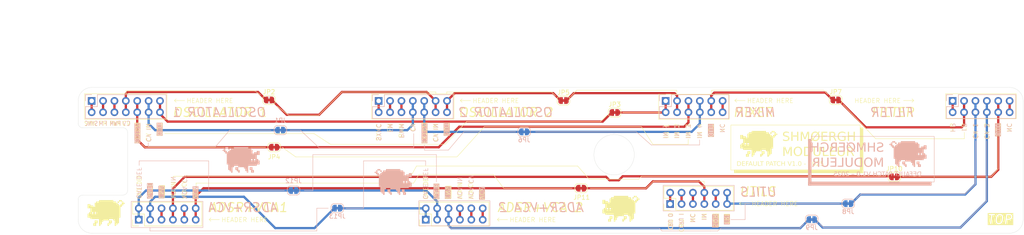
<source format=kicad_pcb>
(kicad_pcb (version 20241229) (generator "pcbnew") (generator_version "9.0")
  (layers (0 "F.Cu" signal) (2 "B.Cu" signal) (13 "F.Paste" user) (15 "B.Paste" user) (5 "F.SilkS" user "F.Silkscreen") (7 "B.SilkS" user "B.Silkscreen") (1 "F.Mask" user) (3 "B.Mask" user) (25 "Edge.Cuts" user))
  (net 0 "")
  (net 1 "Net-(J_ENV_VCA1-Pin_10)")
  (net 2 "Net-(J_ENV_VCA1-Pin_5)")
  (net 3 "Net-(J_ENV_VCA2-Pin_7)")
  (net 4 "Net-(J_ENV_VCA2-Pin_10)")
  (net 5 "Net-(J_ENV_VCA2-Pin_11)")
  (net 6 "Net-(J_FILTER1-Pin_1)")
  (net 7 "Net-(J_UTILS_OUT1-Pin_10)")
  (net 8 "Net-(J_UTILS_OUT1-Pin_3)")
  (net 9 "Net-(J_UTILS_OUT1-Pin_1)")
  (net 10 "Net-(J_UTILS_OUT1-Pin_5)")
  (net 11 "Net-(J_VCO1-Pin_3)")
  (net 12 "Net-(J_VCO1-Pin_5)")
  (net 13 "Net-(J_VCO1-Pin_1)")
  (net 14 "Net-(J_VCO2-Pin_1)")
  (net 15 "Net-(J_VCO2-Pin_3)")
  (net 16 "Net-(J_VCO2-Pin_5)")
  (net 17 "Net-(J_FILTER1-Pin_11)")
  (net 18 "Net-(J_MIXER1-Pin_11)")
  (net 19 "Net-(JP1-B)")
  (net 20 "Net-(JP1-A)")
  (net 21 "Net-(JP2-A)")
  (net 22 "Net-(JP2-B)")
  (net 23 "Net-(JP3-A)")
  (net 24 "Net-(JP3-B)")
  (net 25 "Net-(JP4-A)")
  (net 26 "Net-(JP4-B)")
  (net 27 "Net-(JP5-B)")
  (net 28 "Net-(JP5-A)")
  (net 29 "Net-(JP6-B)")
  (net 30 "Net-(JP6-A)")
  (net 31 "Net-(JP7-A)")
  (net 32 "Net-(JP7-B)")
  (net 33 "Net-(JP8-B)")
  (net 34 "Net-(JP8-A)")
  (net 35 "Net-(JP9-B)")
  (net 36 "Net-(JP9-A)")
  (net 37 "Net-(JP10-A)")
  (net 38 "Net-(JP10-B)")
  (net 39 "Net-(JP11-B)")
  (net 40 "Net-(JP11-A)")
  (net 41 "Net-(JP12-A)")
  (net 42 "Net-(JP12-B)")
  (net 43 "Net-(JP13-A)")
  (net 44 "Net-(JP13-B)")
  (footprint "Jumper:SolderJumper-2_P1.3mm_Bridged_RoundedPad1.0x1.5mm" (layer "F.Cu") (at 241.991 79.939)
    (property "Reference" "JP10")
    (property "Value" "Jumper_2_Bridged")
  )
  (footprint "Jumper:SolderJumper-2_P1.3mm_Bridged_RoundedPad1.0x1.5mm" (layer "F.Cu") (at 102.545 62.794)
    (property "Reference" "JP2")
    (property "Value" "Jumper_2_Bridged")
  )
  (footprint "MountingHole:MountingHole_3.2mm_M3" (layer "F.Cu") (at 249.8 62.7)
    (property "Reference" "H3")
    (property "Value" "MountingHole")
  )
  (footprint "Jumper:SolderJumper-2_P1.3mm_Bridged_RoundedPad1.0x1.5mm" (layer "F.Cu") (at 103.688 73.335)
    (property "Reference" "JP4")
    (property "Value" "Jumper_2_Bridged")
  )
  (footprint "Connector_PinHeader_2.54mm:PinHeader_2x06_P2.54mm_Vertical" (layer "F.Cu") (at 137.5 89.5 90)
    (property "Reference" "J_ENV_VCA2")
    (property "Value" "Conn_01x06")
  )
  (footprint "Shmoergh_Logo:Gyeszno" (layer "F.Cu") (at 211.765 72.573)
    (property "Reference" "G***" (hide yes))
    (property "Value" "LOGO" (hide yes))
  )
  (footprint "Jumper:SolderJumper-2_P1.3mm_Bridged_RoundedPad1.0x1.5mm" (layer "F.Cu") (at 179.634 65.588)
    (property "Reference" "JP3")
    (property "Value" "Jumper_2_Bridged")
  )
  (footprint "Shmoergh_Logo:Gyeszno" (layer "F.Cu") (at 181.031 87.051)
    (property "Reference" "G***" (hide yes))
    (property "Value" "LOGO" (hide yes))
  )
  (footprint "Jumper:SolderJumper-2_P1.3mm_Bridged_RoundedPad1.0x1.5mm" (layer "F.Cu") (at 168.219 62.921)
    (property "Reference" "JP5")
    (property "Value" "Jumper_2_Bridged")
  )
  (footprint "Shmoergh_Logo:Gyeszno" (layer "F.Cu") (at 66.223 88)
    (property "Reference" "G***" (hide yes))
    (property "Value" "LOGO" (hide yes))
  )
  (footprint "Connector_PinHeader_2.54mm:PinHeader_2x06_P2.54mm_Vertical" (layer "F.Cu") (at 73.5 89.5 90)
    (property "Reference" "J_ENV_VCA1")
    (property "Value" "Conn_01x06")
  )
  (footprint "Jumper:SolderJumper-2_P1.3mm_Bridged_RoundedPad1.0x1.5mm" (layer "F.Cu") (at 172.141 82.479)
    (property "Reference" "JP11")
    (property "Value" "Jumper_2_Bridged")
  )
  (footprint "Connector_PinHeader_2.54mm:PinHeader_2x06_P2.54mm_Vertical" (layer "F.Cu") (at 192 86 90)
    (property "Reference" "J_UTILS_OUT1")
    (property "Value" "Conn_01x06")
  )
  (footprint "MountingHole:MountingHole_3.2mm_M3" (layer "F.Cu") (at 109.2 87.3)
    (property "Reference" "H2")
    (property "Value" "MountingHole")
  )
  (footprint "Jumper:SolderJumper-2_P1.3mm_Bridged_RoundedPad1.0x1.5mm" (layer "F.Cu") (at 228.91 62.794)
    (property "Reference" "JP7")
    (property "Value" "Jumper_2_Bridged")
  )
  (footprint "MountingHole:MountingHole_3.2mm_M3" (layer "F.Cu") (at 109.2 62.7)
    (property "Reference" "H1")
    (property "Value" "MountingHole")
  )
  (footprint "MountingHole:MountingHole_3.2mm_M3" (layer "F.Cu") (at 249.8 87.3)
    (property "Reference" "H4")
    (property "Value" "MountingHole")
  )
  (footprint "Jumper:SolderJumper-2_P1.3mm_Bridged_RoundedPad1.0x1.5mm" (layer "B.Cu") (at 108.021 82.987)
    (property "Reference" "JP12")
    (property "Value" "Jumper_2_Bridged")
  )
  (footprint "Shmoergh_Logo:Gyeszno" (layer "B.Cu") (at 130.231 81.082 180)
    (property "Reference" "G***" (hide yes))
    (property "Value" "LOGO" (hide yes))
  )
  (footprint "Jumper:SolderJumper-2_P1.3mm_Bridged_RoundedPad1.0x1.5mm" (layer "B.Cu") (at 223.576 89.464)
    (property "Reference" "JP9")
    (property "Value" "Jumper_2_Bridged")
  )
  (footprint "Jumper:SolderJumper-2_P1.3mm_Bridged_RoundedPad1.0x1.5mm" (layer "B.Cu") (at 117.785 86.924)
    (property "Reference" "JP13")
    (property "Value" "Jumper_2_Bridged")
  )
  (footprint "Connector_PinHeader_2.54mm:PinHeader_2x06_P2.54mm_Vertical" (layer "B.Cu") (at 255 63 -90)
    (property "Reference" "J_FILTER1")
    (property "Value" "Conn_01x06")
  )
  (footprint "Jumper:SolderJumper-2_P1.3mm_Bridged_RoundedPad1.0x1.5mm" (layer "B.Cu") (at 231.704 85.908)
    (property "Reference" "JP8")
    (property "Value" "Jumper_2_Bridged")
  )
  (footprint "Connector_PinHeader_2.54mm:PinHeader_2x07_P2.54mm_Vertical" (layer "B.Cu") (at 63 63 -90)
    (property "Reference" "J_VCO1")
    (property "Value" "Conn_01x07")
  )
  (footprint "Shmoergh_Logo:Gyeszno" (layer "B.Cu") (at 96.322 76.129 180)
    (property "Reference" "G***" (hide yes))
    (property "Value" "LOGO" (hide yes))
  )
  (footprint "Connector_PinHeader_2.54mm:PinHeader_2x06_P2.54mm_Vertical" (layer "B.Cu") (at 191 63 -90)
    (property "Reference" "J_MIXER1")
    (property "Value" "Conn_01x06")
  )
  (footprint "Shmoergh_Logo:Gyeszno" (layer "B.Cu") (at 245.039 74.859 180)
    (property "Reference" "G***" (hide yes))
    (property "Value" "LOGO" (hide yes))
  )
  (footprint "Jumper:SolderJumper-2_P1.3mm_Bridged_RoundedPad1.0x1.5mm" (layer "B.Cu") (at 105.085 69.525)
    (property "Reference" "JP1")
    (property "Value" "Jumper_2_Bridged")
  )
  (footprint "Connector_PinHeader_2.54mm:PinHeader_2x07_P2.54mm_Vertical" (layer "B.Cu") (at 127 63 -90)
    (property "Reference" "J_VCO2")
    (property "Value" "Conn_01x07")
  )
  (footprint "Jumper:SolderJumper-2_P1.3mm_Bridged_RoundedPad1.0x1.5mm" (layer "B.Cu") (at 159.441 69.906)
    (property "Reference" "JP6")
    (property "Value" "Jumper_2_Bridged")
  )
  (gr_line (start 113.594 66.223) (end 118.801 61.016) (stroke (width 0.1)) (layer "F.SilkS"))
  (gr_line (start 70.668 60.762) (end 99.37 60.762) (stroke (width 0.1)) (layer "F.SilkS"))
  (gr_line (start 145.217 62.921) (end 145.598 63.302) (stroke (width 0.1)) (layer "F.SilkS"))
  (gr_line (start 201.224 60.635) (end 226.243 60.635) (stroke (width 0.1)) (layer "F.SilkS"))
  (gr_line (start 142.169 61.397) (end 142.169 61.016) (stroke (width 0.1)) (layer "F.SilkS"))
  (gr_line (start 106.99 66.223) (end 113.594 66.223) (stroke (width 0.1)) (layer "F.SilkS"))
  (gr_line (start 153.472 89.464) (end 153.853 89.845) (stroke (width 0.1)) (layer "F.SilkS"))
  (gr_line (start 246.309 62.921) (end 244.023 62.921) (stroke (width 0.1)) (layer "F.SilkS"))
  (gr_line (start 199.573 80.955) (end 199.573 81.717) (stroke (width 0.1)) (layer "F.SilkS"))
  (gr_line (start 89.21 89.464) (end 89.591 89.845) (stroke (width 0.1)) (layer "F.SilkS"))
  (gr_line (start 81.463 62.921) (end 81.844 63.302) (stroke (width 0.1)) (layer "F.SilkS"))
  (gr_line (start 176.459 67.62) (end 177.856 66.223) (stroke (width 0.1)) (layer "F.SilkS"))
  (gr_rect (start 234.371 69.017) (end 235.006 79.05) (stroke (width 0.1)) (fill yes) (layer "F.SilkS"))
  (gr_line (start 243.769 79.939) (end 263.581 79.939) (stroke (width 0.1)) (layer "F.SilkS"))
  (gr_line (start 86.289 81.336) (end 134.803 81.336) (stroke (width 0.1)) (layer "F.SilkS"))
  (gr_line (start 99.37 60.762) (end 100.64 61.651) (stroke (width 0.1)) (layer "F.SilkS"))
  (gr_line (start 74.859 73.335) (end 101.783 73.335) (stroke (width 0.1)) (layer "F.SilkS"))
  (gr_line (start 193.477 60.635) (end 193.477 61.524) (stroke (width 0.1)) (layer "F.SilkS"))
  (gr_line (start 152.583 79.431) (end 154.869 82.479) (stroke (width 0.1)) (layer "F.SilkS"))
  (gr_line (start 265.105 78.161) (end 265.105 71.049) (stroke (width 0.1)) (layer "F.SilkS"))
  (gr_line (start 181.412 65.588) (end 189.921 65.588) (stroke (width 0.1)) (layer "F.SilkS"))
  (gr_line (start 135.438 77.526) (end 171.379 77.526) (stroke (width 0.1)) (layer "F.SilkS"))
  (gr_line (start 188.27 80.955) (end 199.573 80.955) (stroke (width 0.1)) (layer "F.SilkS"))
  (gr_line (start 112.578 70.287) (end 116.261 72.7) (stroke (width 0.1)) (layer "F.SilkS"))
  (gr_line (start 153.472 89.464) (end 153.853 89.083) (stroke (width 0.1)) (layer "F.SilkS"))
  (gr_line (start 208.717 62.921) (end 206.431 62.921) (stroke (width 0.1)) (layer "F.SilkS"))
  (gr_line (start 91.496 89.464) (end 89.21 89.464) (stroke (width 0.1)) (layer "F.SilkS"))
  (gr_line (start 108.514 75.494) (end 105.466 73.335) (stroke (width 0.1)) (layer "F.SilkS"))
  (gr_line (start 246.309 62.921) (end 245.928 63.302) (stroke (width 0.1)) (layer "F.SilkS"))
  (gr_line (start 145.217 62.921) (end 145.598 62.54) (stroke (width 0.1)) (layer "F.SilkS"))
  (gr_line (start 144.455 75.494) (end 150.551 68.763) (stroke (width 0.1)) (layer "F.SilkS"))
  (gr_line (start 188.143 72.7) (end 196.017 72.7) (stroke (width 0.1)) (layer "F.SilkS"))
  (gr_line (start 134.168 79.812) (end 135.438 77.526) (stroke (width 0.1)) (layer "F.SilkS"))
  (gr_line (start 246.309 62.921) (end 245.928 62.54) (stroke (width 0.1)) (layer "F.SilkS"))
  (gr_line (start 146.614 67.62) (end 176.459 67.62) (stroke (width 0.1)) (layer "F.SilkS"))
  (gr_line (start 141.788 72.7) (end 146.614 67.62) (stroke (width 0.1)) (layer "F.SilkS"))
  (gr_line (start 237.8 71.43) (end 257.612 71.43) (stroke (width 0.1)) (layer "F.SilkS"))
  (gr_line (start 139.756 61.016) (end 139.756 61.397) (stroke (width 0.1)) (layer "F.SilkS"))
  (gr_line (start 86.289 82.225) (end 86.289 81.336) (stroke (width 0.1)) (layer "F.SilkS"))
  (gr_line (start 257.612 71.43) (end 257.612 70.033) (stroke (width 0.1)) (layer "F.SilkS"))
  (gr_line (start 118.801 61.016) (end 139.756 61.016) (stroke (width 0.1)) (layer "F.SilkS"))
  (gr_line (start 230.561 63.81) (end 237.8 71.43) (stroke (width 0.1)) (layer "F.SilkS"))
  (gr_line (start 207.447 85.908) (end 207.828 85.527) (stroke (width 0.1)) (layer "F.SilkS"))
  (gr_rect (start 61.397 61.397) (end 79.812 67.112) (stroke (width 0.1)) (fill no) (layer "F.SilkS"))
  (gr_line (start 185.603 79.812) (end 184.968 80.447) (stroke (width 0.1)) (layer "F.SilkS"))
  (gr_line (start 108.514 75.494) (end 144.3915 75.494) (stroke (width 0.1)) (layer "F.SilkS"))
  (gr_line (start 165.537 61.016) (end 166.426 61.905) (stroke (width 0.1)) (layer "F.SilkS"))
  (gr_rect (start 189.413 61.524) (end 205.161 67.112) (stroke (width 0.1)) (fill no) (layer "F.SilkS"))
  (gr_line (start 81.463 62.921) (end 81.844 62.54) (stroke (width 0.1)) (layer "F.SilkS"))
  (gr_line (start 174.173 82.479) (end 186.619 82.479) (stroke (width 0.1)) (layer "F.SilkS"))
  (gr_line (start 171.125 60.635) (end 193.477 60.635) (stroke (width 0.1)) (layer "F.SilkS"))
  (gr_line (start 171.379 77.526) (end 173.919 80.447) (stroke (width 0.1)) (layer "F.SilkS"))
  (gr_line (start 240.086 79.812) (end 185.603 79.812) (stroke (width 0.1)) (layer "F.SilkS"))
  (gr_line (start 185.603 68.763) (end 188.143 72.7) (stroke (width 0.1)) (layer "F.SilkS"))
  (gr_line (start 226.243 60.635) (end 227.132 61.524) (stroke (width 0.1)) (layer "F.SilkS"))
  (gr_line (start 89.21 89.464) (end 89.591 89.083) (stroke (width 0.1)) (layer "F.SilkS"))
  (gr_line (start 155.758 89.464) (end 153.472 89.464) (stroke (width 0.1)) (layer "F.SilkS"))
  (gr_line (start 186.619 82.479) (end 188.27 80.955) (stroke (width 0.1)) (layer "F.SilkS"))
  (gr_line (start 263.581 79.939) (end 265.105 78.161) (stroke (width 0.1)) (layer "F.SilkS"))
  (gr_line (start 150.551 68.763) (end 185.603 68.763) (stroke (width 0.1)) (layer "F.SilkS"))
  (gr_line (start 135.946 79.431) (end 152.583 79.431) (stroke (width 0.1)) (layer "F.SilkS"))
  (gr_line (start 104.323 64.191) (end 106.99 66.223) (stroke (width 0.1)) (layer "F.SilkS"))
  (gr_line (start 142.169 61.016) (end 165.537 61.016) (stroke (width 0.1)) (layer "F.SilkS"))
  (gr_rect (start 253.421 61.397) (end 269.169 66.985) (stroke (width 0.1)) (fill no) (layer "F.SilkS"))
  (gr_line (start 83.749 62.921) (end 81.463 62.921) (stroke (width 0.1)) (layer "F.SilkS"))
  (gr_line (start 201.224 61.524) (end 201.224 60.635) (stroke (width 0.1)) (layer "F.SilkS"))
  (gr_line (start 169.760975 62.126025) (end 171.125 60.635) (stroke (width 0.1)) (layer "F.SilkS"))
  (gr_line (start 70.668 61.397) (end 70.668 60.762) (stroke (width 0.1)) (layer "F.SilkS"))
  (gr_line (start 206.431 62.921) (end 206.812 62.54) (stroke (width 0.1)) (layer "F.SilkS"))
  (gr_line (start 147.503 62.921) (end 145.217 62.921) (stroke (width 0.1)) (layer "F.SilkS"))
  (gr_rect (start 206.304 78.415) (end 235.006 79.05) (stroke (width 0.1)) (fill yes) (layer "F.SilkS"))
  (gr_line (start 154.869 82.479) (end 170.109 82.479) (stroke (width 0.1)) (layer "F.SilkS"))
  (gr_line (start 196.017 71.557) (end 196.017 72.7) (stroke (width 0.1)) (layer "F.SilkS"))
  (gr_line (start 81.209 80.701) (end 81.209 79.812) (stroke (width 0.1)) (layer "F.SilkS"))
  (gr_line (start 79.304 70.287) (end 112.578 70.287) (stroke (width 0.1)) (layer "F.SilkS"))
  (gr_line (start 207.447 85.908) (end 207.828 86.289) (stroke (width 0.1)) (layer "F.SilkS"))
  (gr_line (start 173.919 80.447) (end 184.968 80.447) (stroke (width 0.1)) (layer "F.SilkS"))
  (gr_rect (start 125.405 61.397) (end 143.82 67.112) (stroke (width 0.1)) (fill no) (layer "F.SilkS"))
  (gr_line (start 116.261 72.7) (end 141.788 72.7) (stroke (width 0.1)) (layer "F.SilkS"))
  (gr_line (start 206.431 62.921) (end 206.812 63.302) (stroke (width 0.1)) (layer "F.SilkS"))
  (gr_line (start 81.209 79.812) (end 134.168 79.812) (stroke (width 0.1)) (layer "F.SilkS"))
  (gr_rect (start 205.542 68.382) (end 234.371 78.415) (stroke (width 0.1)) (fill no) (layer "F.SilkS"))
  (gr_line (start 209.733 85.908) (end 207.447 85.908) (stroke (width 0.1)) (layer "F.SilkS"))
  (gr_line (start 74.097 72.573) (end 74.859 73.335) (stroke (width 0.1)) (layer "F.SilkS"))
  (gr_line (start 134.803 81.336) (end 135.946 79.431) (stroke (width 0.1)) (layer "F.SilkS"))
  (gr_line (start 208.717 89.464) (end 205.542 89.464) (stroke (width 0.1)) (layer "B.SilkS"))
  (gr_line (start 142.55 73.97) (end 137.216 73.97) (stroke (width 0.1)) (layer "B.SilkS"))
  (gr_rect (start 190.429 81.844) (end 206.304 87.559) (stroke (width 0.1)) (fill no) (layer "B.SilkS"))
  (gr_line (start 137.47 76.383) (end 123.627 76.383) (stroke (width 0.1)) (layer "B.SilkS"))
  (gr_line (start 73.589 76.383) (end 89.083 76.383) (stroke (width 0.1)) (layer "B.SilkS"))
  (gr_line (start 90.607 73.208) (end 75.621 73.208) (stroke (width 0.1)) (layer "B.SilkS"))
  (gr_line (start 123.627 76.383) (end 123.627 86.924) (stroke (width 0.1)) (layer "B.SilkS"))
  (gr_line (start 137.216 73.97) (end 137.216 72.827) (stroke (width 0.1)) (layer "B.SilkS"))
  (gr_line (start 234.625 83.749) (end 233.482 84.765) (stroke (width 0.1)) (layer "B.SilkS"))
  (gr_line (start 109.53 69.525) (end 107.244 69.525) (stroke (width 0.1)) (layer "B.SilkS"))
  (gr_line (start 73.589 77.399) (end 73.589 76.383) (stroke (width 0.1)) (layer "B.SilkS"))
  (gr_line (start 262.565 71.938) (end 262.565 85.273) (stroke (width 0.1)) (layer "B.SilkS"))
  (gr_line (start 190.175 92.004) (end 189.54 91.369) (stroke (width 0.1)) (layer "B.SilkS"))
  (gr_line (start 113.721 73.462) (end 109.53 69.525) (stroke (width 0.1)) (layer "B.SilkS"))
  (gr_line (start 113.213 86.924) (end 113.213 92.004) (stroke (width 0.1)) (layer "B.SilkS"))
  (gr_line (start 200.97 92.004) (end 190.175 92.004) (stroke (width 0.1)) (layer "B.SilkS"))
  (gr_rect (start 222.814 81.082) (end 250.246 81.844) (stroke (width 0.1)) (fill yes) (layer "B.SilkS"))
  (gr_line (start 189.54 91.369) (end 142.677 91.369) (stroke (width 0.1)) (layer "B.SilkS"))
  (gr_line (start 115.753 86.924) (end 113.213 86.924) (stroke (width 0.1)) (layer "B.SilkS"))
  (gr_line (start 110.419 82.987) (end 112.324 82.987) (stroke (width 0.1)) (layer "B.SilkS"))
  (gr_line (start 157.536 69.906) (end 145.979 69.906) (stroke (width 0.1)) (layer "B.SilkS"))
  (gr_line (start 145.979 69.906) (end 142.55 73.97) (stroke (width 0.1)) (layer "B.SilkS"))
  (gr_line (start 89.083 76.383) (end 89.083 82.987) (stroke (width 0.1)) (layer "B.SilkS"))
  (gr_line (start 257.739 83.749) (end 234.625 83.749) (stroke (width 0.1)) (layer "B.SilkS"))
  (gr_line (start 260.152 71.938) (end 260.025 81.59) (stroke (width 0.1)) (layer "B.SilkS"))
  (gr_line (start 198.557 71.684) (end 198.557 72.827) (stroke (width 0.1)) (layer "B.SilkS"))
  (gr_line (start 260.025 81.59) (end 257.739 83.749) (stroke (width 0.1)) (layer "B.SilkS"))
  (gr_line (start 89.083 82.987) (end 105.974 82.987) (stroke (width 0.1)) (layer "B.SilkS"))
  (gr_line (start 134.803 70.287) (end 134.803 73.462) (stroke (width 0.1)) (layer "B.SilkS"))
  (gr_line (start 220.909 91.369) (end 203.383 91.369) (stroke (width 0.1)) (layer "B.SilkS"))
  (gr_line (start 184.46 69.906) (end 161.981 69.906) (stroke (width 0.1)) (layer "B.SilkS"))
  (gr_line (start 208.717 85.908) (end 208.717 89.464) (stroke (width 0.1)) (layer "B.SilkS"))
  (gr_rect (start 71.811 85.4) (end 87.813 91.242) (stroke (width 0.1)) (fill no) (layer "B.SilkS"))
  (gr_line (start 112.324 82.987) (end 112.324 74.986) (stroke (width 0.1)) (layer "B.SilkS"))
  (gr_line (start 75.621 73.208) (end 75.621 72.319) (stroke (width 0.1)) (layer "B.SilkS"))
  (gr_line (start 123.627 86.924) (end 119.69 86.924) (stroke (width 0.1)) (layer "B.SilkS"))
  (gr_line (start 202.621 92.004) (end 200.97 92.004) (stroke (width 0.1)) (layer "B.SilkS"))
  (gr_line (start 229.799 85.908) (end 208.717 85.908) (stroke (width 0.1)) (layer "B.SilkS"))
  (gr_line (start 76.002 92.004) (end 76.002 91.242) (stroke (width 0.1)) (layer "B.SilkS"))
  (gr_line (start 187.762 72.827) (end 184.46 69.906) (stroke (width 0.1)) (layer "B.SilkS"))
  (gr_line (start 142.677 91.369) (end 142.677 90.861) (stroke (width 0.1)) (layer "B.SilkS"))
  (gr_rect (start 223.449 70.922) (end 250.881 81.082) (stroke (width 0.1)) (fill no) (layer "B.SilkS"))
  (gr_rect (start 135.946 85.273) (end 151.821 90.861) (stroke (width 0.1)) (fill no) (layer "B.SilkS"))
  (gr_line (start 226.243 91.242) (end 225.354 90.48) (stroke (width 0.1)) (layer "B.SilkS"))
  (gr_line (start 102.926 69.525) (end 93.782 69.525) (stroke (width 0.1)) (layer "B.SilkS"))
  (gr_line (start 113.213 92.004) (end 76.002 92.004) (stroke (width 0.1)) (layer "B.SilkS"))
  (gr_line (start 203.383 91.369) (end 202.621 92.004) (stroke (width 0.1)) (layer "B.SilkS"))
  (gr_line (start 93.782 69.525) (end 90.607 73.208) (stroke (width 0.1)) (layer "B.SilkS"))
  (gr_line (start 112.324 74.986) (end 139.883 74.986) (stroke (width 0.1)) (layer "B.SilkS"))
  (gr_line (start 221.798 90.464) (end 220.909 91.369) (stroke (width 0.1)) (layer "B.SilkS"))
  (gr_line (start 256.723 91.242) (end 226.243 91.242) (stroke (width 0.1)) (layer "B.SilkS"))
  (gr_line (start 198.557 72.827) (end 187.762 72.827) (stroke (width 0.1)) (layer "B.SilkS"))
  (gr_line (start 137.47 77.399) (end 137.47 76.383) (stroke (width 0.1)) (layer "B.SilkS"))
  (gr_rect (start 222.814 71.557) (end 223.449 81.844) (stroke (width 0.1)) (fill yes) (layer "B.SilkS"))
  (gr_line (start 134.803 73.462) (end 113.721 73.462) (stroke (width 0.1)) (layer "B.SilkS"))
  (gr_line (start 139.883 74.986) (end 139.883 81.082) (stroke (width 0.1)) (layer "B.SilkS"))
  (gr_line (start 262.565 85.273) (end 256.723 91.242) (stroke (width 0.1)) (layer "B.SilkS"))
  (gr_arc (start 71 83) (mid 70.707107 83.707107) (end 70 84) (stroke (width 0.05)) (layer "Edge.Cuts"))
  (gr_arc (start 60 85) (mid 60.292893 84.292893) (end 61 84) (stroke (width 0.05)) (layer "Edge.Cuts"))
  (gr_arc (start 63 92.5) (mid 60.87868 91.62132) (end 60 89.5) (stroke (width 0.05)) (layer "Edge.Cuts"))
  (gr_arc (start 270.7 89.5) (mid 269.82132 91.62132) (end 267.7 92.5) (stroke (width 0.05)) (layer "Edge.Cuts"))
  (gr_circle (center 179.5 75) (end 179.5 70.5) (stroke (width 0.05)) (fill no) (layer "Edge.Cuts"))
  (gr_line (start 270.7 63) (end 270.7 89.5) (stroke (width 0.05)) (layer "Edge.Cuts"))
  (gr_line (start 60 85) (end 60 89.5) (stroke (width 0.05)) (layer "Edge.Cuts"))
  (gr_arc (start 60 63) (mid 60.87868 60.87868) (end 63 60) (stroke (width 0.05)) (layer "Edge.Cuts"))
  (gr_line (start 60 63) (end 60 68) (stroke (width 0.05)) (layer "Edge.Cuts"))
  (gr_line (start 63 60) (end 267.7 60) (stroke (width 0.05)) (layer "Edge.Cuts"))
  (gr_line (start 70 84) (end 61 84) (stroke (width 0.05)) (layer "Edge.Cuts"))
  (gr_line (start 61 69) (end 70 69) (stroke (width 0.05)) (layer "Edge.Cuts"))
  (gr_line (start 71 70) (end 71 83) (stroke (width 0.05)) (layer "Edge.Cuts"))
  (gr_arc (start 267.7 60) (mid 269.82132 60.87868) (end 270.7 63) (stroke (width 0.05)) (layer "Edge.Cuts"))
  (gr_arc (start 61 69) (mid 60.292893 68.707107) (end 60 68) (stroke (width 0.05)) (layer "Edge.Cuts"))
  (gr_line (start 267.7 92.5) (end 63 92.5) (stroke (width 0.05)) (layer "Edge.Cuts"))
  (gr_arc (start 70 69) (mid 70.707107 69.292893) (end 71 70) (stroke (width 0.05)) (layer "Edge.Cuts"))
  (gr_text "GATE" (at 76.637 84.892 90) (layer "F.SilkS" knockout) (effects (font (size 1 1) (thickness 0.1)) (justify left bottom)))
  (gr_text "CV IN" (at 76.256 67.874 90) (layer "F.SilkS") (effects (font (size 1 1) (thickness 0.1)) (justify right bottom)))
  (gr_text "GATE DEF" (at 74.224 84.892 90) (layer "F.SilkS") (effects (font (size 1 0.75) (thickness 0.1)) (justify left bottom)))
  (gr_text "EXTRA" (at 137.851 67.874 90) (layer "F.SilkS" knockout) (effects (font (size 1 1) (thickness 0.1)) (justify right bottom)))
  (gr_text "CV IN" (at 140.264 67.874 90) (layer "F.SilkS") (effects (font (size 1 1) (thickness 0.1)) (justify right bottom)))
  (gr_text "VCA IN" (at 145.725 85.019 90) (layer "F.SilkS") (effects (font (size 1 0.75) (thickness 0.1)) (justify left bottom)))
  (gr_text "CRU I" (at 195.128 87.94 90) (layer "F.SilkS") (effects (font (size 1 1) (thickness 0.1)) (justify right bottom)))
  (gr_text "FM" (at 130.104 67.874 90) (layer "F.SilkS") (effects (font (size 1 1) (thickness 0.1)) (justify right bottom)))
  (gr_text "EXTRA" (at 73.843 67.874 90) (layer "F.SilkS" knockout) (effects (font (size 1 1) (thickness 0.1)) (justify right bottom)))
  (gr_text "HEADER HERE" (at 147.884 63.556 0) (layer "F.SilkS") (effects (font (size 1 1) (thickness 0.1)) (justify left bottom)))
  (gr_text "CV" (at 135.184 67.874 90) (layer "F.SilkS") (effects (font (size 1 1) (thickness 0.1)) (justify right bottom)))
  (gr_text "VCA IN" (at 81.844 84.892 90) (layer "F.SilkS") (effects (font (size 1 0.75) (thickness 0.1)) (justify left bottom)))
  (gr_text "SQR" (at 202.748 88.067 90) (layer "F.SilkS" knockout) (effects (font (size 1 1) (thickness 0.1)) (justify right bottom)))
  (gr_text "HEADER HERE" (at 233.0375 63.556 0) (layer "F.SilkS") (effects (font (size 1 1) (thickness 0.1)) (justify left bottom)))
  (gr_text "IN 1" (at 191.826 68.001 90) (layer "F.SilkS") (effects (font (size 1 1) (thickness 0.1)) (justify right bottom)))
  (gr_text "NC" (at 197.668 87.94 90) (layer "F.SilkS") (effects (font (size 1 1) (thickness 0.1)) (justify right bottom)))
  (gr_text "UTILS" (at 207.32 84.384 0) (layer "F.SilkS") (effects (font (size 2 2) (thickness 0.25) (italic yes)) (justify left bottom)))
  (gr_text "CRU O" (at 192.715 87.94 90) (layer "F.SilkS") (effects (font (size 1 0.75) (thickness 0.1)) (justify right bottom)))
  (gr_text "HEADER HERE" (at 209.098 63.556 0) (layer "F.SilkS") (effects (font (size 1 1) (thickness 0.1)) (justify left bottom)))
  (gr_text "HEADER HERE" (at 210.114 86.543 0) (layer "F.SilkS") (effects (font (size 1 1) (thickness 0.1)) (justify left bottom)))
  (gr_text "FILTER" (at 246.6265 66.731 0) (layer "F.SilkS") (effects (font (size 2 2) (thickness 0.25) (italic yes)) (justify right bottom)))
  (gr_text "HEADER HERE" (at 156.139 90.099 0) (layer "F.SilkS") (effects (font (size 1 1) (thickness 0.1)) (justify left bottom)))
  (gr_text "HEADER HERE" (at 84.13 63.556 0) (layer "F.SilkS") (effects (font (size 1 1) (thickness 0.1)) (justify left bottom)))
  (gr_text "SYNC" (at 127.564 68.001 90) (layer "F.SilkS") (effects (font (size 1 1) (thickness 0.1)) (justify right bottom)))
  (gr_text "SYNC" (at 64.318 68.636 0) (layer "F.SilkS") (effects (font (size 1 0.75) (thickness 0.1)) (justify right bottom)))
  (gr_text "OUT" (at 265.74 68.001 90) (layer "F.SilkS" knockout) (effects (font (size 1 1) (thickness 0.1)) (justify right bottom)))
  (gr_text "FM" (at 66.604 68.636 0) (layer "F.SilkS") (effects (font (size 1 1) (thickness 0.1)) (justify right bottom)))
  (gr_text "GATE" (at 140.518 85.019 90) (layer "F.SilkS" knockout) (effects (font (size 1 1) (thickness 0.1)) (justify left bottom)))
  (gr_text "TOP" (at 262.565 90.607 0) (layer "F.SilkS" knockout) (effects (font (size 2 2) (thickness 0.25) (italic yes)) (justify left bottom)))
  (gr_text "ENV" (at 143.185 84.892 90) (layer "F.SilkS" knockout) (effects (font (size 1 1) (thickness 0.1)) (justify left bottom)))
  (gr_text "PWM" (at 132.644 67.874 90) (layer "F.SilkS") (effects (font (size 1 1) (thickness 0.1)) (justify right bottom)))
  (gr_text "IN 4" (at 199.192 68.001 90) (layer "F.SilkS") (effects (font (size 1 1) (thickness 0.1)) (justify right bottom)))
  (gr_text "PWM" (at 69.525 68.636 0) (layer "F.SilkS") (effects (font (size 1 0.75) (thickness 0.1)) (justify right bottom)))
  (gr_text "TRI" (at 205.288 88.067 90) (layer "F.SilkS" knockout) (effects (font (size 1 1) (thickness 0.1)) (justify right bottom)))
  (gr_text "ENV" (at 79.304 84.765 90) (layer "F.SilkS" knockout) (effects (font (size 1 1) (thickness 0.1)) (justify left bottom)))
  (gr_text "VCA CV" (at 84.257 84.892 90) (layer "F.SilkS") (effects (font (size 1 0.75) (thickness 0.1)) (justify left bottom)))
  (gr_text "MIXER " (at 205.923 66.731 0) (layer "F.SilkS") (effects (font (size 2 2) (thickness 0.25) (italic yes)) (justify left bottom)))
  (gr_text "GATE DEF" (at 138.105 85.019 90) (layer "F.SilkS") (effects (font (size 1 0.75) (thickness 0.1)) (justify left bottom)))
  (gr_text "DEFAULT PATCH V1.0 - 2025" (at 206.812 77.653 0) (layer "F.SilkS") (effects (font (size 1 1) (thickness 0.25)) (justify left bottom)))
  (gr_text "OUT" (at 142.804 67.874 90) (layer "F.SilkS" knockout) (effects (font (size 1 1) (thickness 0.1)) (justify right bottom)))
  (gr_text "IN" (at 200.208 87.94 90) (layer "F.SilkS") (effects (font (size 1 1) (thickness 0.1)) (justify right bottom)))
  (gr_text "ADSR+VCA 2" (at 153.345 87.94 0) (layer "F.SilkS") (effects (font (size 2 2) (thickness 0.25) (italic yes)) (justify left bottom)))
  (gr_text "LP" (at 258.12 67.874 90) (layer "F.SilkS") (effects (font (size 1 1) (thickness 0.1)) (justify right bottom)))
  (gr_text "OSCILLATOR 1" (at 80.955 66.731 0) (layer "F.SilkS") (effects (font (size 2 2) (thickness 0.25) (italic yes)) (justify left bottom)))
  (gr_text "HP" (at 255.58 67.874 90) (layer "F.SilkS") (effects (font (size 1 1) (thickness 0.1)) (justify right bottom)))
  (gr_text "CV 2" (at 263.2 67.874 90) (layer "F.SilkS") (effects (font (size 1 1) (thickness 0.1)) (justify right bottom)))
  (gr_text "IN 2" (at 194.112 68.001 90) (layer "F.SilkS") (effects (font (size 1 1) (thickness 0.1)) (justify right bottom)))
  (gr_text "CV 1" (at 260.66 67.874 90) (layer "F.SilkS") (effects (font (size 1 1) (thickness 0.1)) (justify right bottom)))
  (gr_text "VCA" (at 86.797 84.892 90) (layer "F.SilkS" knockout) (effects (font (size 1 0.75) (thickness 0.1)) (justify left bottom)))
  (gr_text "CV" (at 71.684 68.636 0) (layer "F.SilkS") (effects (font (size 1 1) (thickness 0.1)) (justify right bottom)))
  (gr_text "IN 3" (at 196.652 68.001 90) (layer "F.SilkS") (effects (font (size 1 1) (thickness 0.1)) (justify right bottom)))
  (gr_text "OUT" (at 78.796 67.874 90) (layer "F.SilkS" knockout) (effects (font (size 1 1) (thickness 0.1)) (justify right bottom)))
  (gr_text "OUT" (at 201.732 68.128 90) (layer "F.SilkS" knockout) (effects (font (size 1 1) (thickness 0.1)) (justify right bottom)))
  (gr_text "VCA CV" (at 148.138 85.019 90) (layer "F.SilkS") (effects (font (size 1 0.75) (thickness 0.1)) (justify left bottom)))
  (gr_text "SHMØERGH \nMODULEUR" (at 216.972 75.621 0) (layer "F.SilkS") (effects (font (size 2 2) (thickness 0.25)) (justify left bottom)))
  (gr_text "VCA" (at 150.678 85.019 90) (layer "F.SilkS" knockout) (effects (font (size 1 0.75) (thickness 0.1)) (justify left bottom)))
  (gr_text "HEADER HERE" (at 91.877 90.099 0) (layer "F.SilkS") (effects (font (size 1 1) (thickness 0.1)) (justify left bottom)))
  (gr_text "NC" (at 204.272 68.001 90) (layer "F.SilkS") (effects (font (size 1 1) (thickness 0.1)) (justify right bottom)))
  (gr_text "ADSR+VCA1" (at 89.083 87.94 0) (layer "F.SilkS") (effects (font (size 2 2) (thickness 0.25) (italic yes)) (justify left bottom)))
  (gr_text "OSCILLATOR 2" (at 144.709 66.731 0) (layer "F.SilkS") (effects (font (size 2 2) (thickness 0.25) (italic yes)) (justify left bottom)))
  (gr_text "NC" (at 268.28 67.874 90) (layer "F.SilkS") (effects (font (size 1 1) (thickness 0.1)) (justify right bottom)))
  (gr_text "TRI" (at 204.018 88.194 270) (layer "B.SilkS" knockout) (effects (font (size 1 1) (thickness 0.1)) (justify right bottom mirror)))
  (gr_text "NC" (at 203.002 68.001 270) (layer "B.SilkS") (effects (font (size 1 1) (thickness 0.1)) (justify right bottom mirror)))
  (gr_text "VCA CV" (at 146.995 85.019 270) (layer "B.SilkS") (effects (font (size 1 1) (thickness 0.1)) (justify left bottom mirror)))
  (gr_text "CV" (at 134.041 68.001 270) (layer "B.SilkS") (effects (font (size 1 1) (thickness 0.1)) (justify right bottom mirror)))
  (gr_text "GATE DEF" (at 72.954 84.892 270) (layer "B.SilkS") (effects (font (size 1 1) (thickness 0.1)) (justify left bottom mirror)))
  (gr_text "OSCILLATOR 1" (at 102.164 66.731 0) (layer "B.SilkS") (effects (font (size 2 2) (thickness 0.25) (italic yes)) (justify left bottom mirror)))
  (gr_text "GATE" (at 139.248 85.019 270) (layer "B.SilkS" knockout) (effects (font (size 1 1) (thickness 0.1)) (justify left bottom mirror)))
  (gr_text "DEFAULT PATCH V1.0 – 2025" (at 248.087 79.939 0) (layer "B.SilkS") (effects (font (size 1 1) (thickness 0.1)) (justify left bottom mirror)))
  (gr_text "VCA IN" (at 80.574 84.892 270) (layer "B.SilkS") (effects (font (size 1 1) (thickness 0.1)) (justify left bottom mirror)))
  (gr_text "GATE DEF" (at 136.835 85.019 270) (layer "B.SilkS") (effects (font (size 1 1) (thickness 0.1)) (justify left bottom mirror)))
  (gr_text "CV" (at 69.779 68.636 0) (layer "B.SilkS") (effects (font (size 1 1) (thickness 0.1)) (justify right bottom mirror)))
  (gr_text "OUT" (at 77.526 67.874 270) (layer "B.SilkS" knockout) (effects (font (size 1 1) (thickness 0.1)) (justify right bottom mirror)))
  (gr_text "ADSR+VCA 2" (at 172.903 87.94 0) (layer "B.SilkS") (effects (font (size 2 2) (thickness 0.25) (italic yes)) (justify left bottom mirror)))
  (gr_text "CRU I" (at 193.858 88.067 270) (layer "B.SilkS") (effects (font (size 1 0.75) (thickness 0.1)) (justify right bottom mirror)))
  (gr_text "MIXER" (at 215.702 66.731 0) (layer "B.SilkS") (effects (font (size 2 2) (thickness 0.25) (italic yes)) (justify left bottom mirror)))
  (gr_text "IN 3" (at 195.382 68.128 270) (layer "B.SilkS") (effects (font (size 1 1) (thickness 0.1)) (justify right bottom mirror)))
  (gr_text "SYNC" (at 61.397 68.636 0) (layer "B.SilkS") (effects (font (size 1 0.75) (thickness 0.1)) (justify right bottom mirror)))
  (gr_text "SQR" (at 201.478 88.194 270) (layer "B.SilkS" knockout) (effects (font (size 1 1) (thickness 0.1)) (justify right bottom mirror)))
  (gr_text "OUT" (at 200.462 68.128 270) (layer "B.SilkS" knockout) (effects (font (size 1 1) (thickness 0.1)) (justify right bottom mirror)))
  (gr_text "CRU O" (at 191.445 88.067 270) (layer "B.SilkS") (effects (font (size 1 0.75) (thickness 0.1)) (justify right bottom mirror)))
  (gr_text "FM" (at 64.445 68.636 0) (layer "B.SilkS") (effects (font (size 1 1) (thickness 0.1)) (justify right bottom mirror)))
  (gr_text "FILTER" (at 246.563 66.731 0) (layer "B.SilkS") (effects (font (size 2 2) (thickness 0.25) (italic yes)) (justify left bottom mirror)))
  (gr_text "IN" (at 198.938 88.067 270) (layer "B.SilkS") (effects (font (size 1 1) (thickness 0.1)) (justify right bottom mirror)))
  (gr_text "SYNC" (at 126.421 68.001 270) (layer "B.SilkS") (effects (font (size 1 1) (thickness 0.1)) (justify right bottom mirror)))
  (gr_text "HP" (at 254.437 67.874 270) (layer "B.SilkS") (effects (font (size 1 1) (thickness 0.1)) (justify right bottom mirror)))
  (gr_text "UTILS" (at 215.956 84.511 0) (layer "B.SilkS") (effects (font (size 2 2) (thickness 0.25) (italic yes)) (justify left bottom mirror)))
  (gr_text "NC" (at 196.398 88.067 270) (layer "B.SilkS") (effects (font (size 1 1) (thickness 0.1)) (justify right bottom mirror)))
  (gr_text "GATE" (at 75.367 84.892 270) (layer "B.SilkS" knockout) (effects (font (size 1 1) (thickness 0.1)) (justify left bottom mirror)))
  (gr_text "VCA CV" (at 83.114 84.892 270) (layer "B.SilkS") (effects (font (size 1 1) (thickness 0.1)) (justify left bottom mirror)))
  (gr_text "EXTRA" (at 136.581 68.001 270) (layer "B.SilkS" knockout) (effects (font (size 1 1) (thickness 0.1)) (justify right bottom mirror)))
  (gr_text "SHMØERGH\nMODULEUR" (at 239.705 78.034 0) (layer "B.SilkS") (effects (font (size 2 2) (thickness 0.1)) (justify left bottom mirror)))
  (gr_text "IN 4" (at 197.922 68.128 270) (layer "B.SilkS") (effects (font (size 1 1) (thickness 0.1)) (justify right bottom mirror)))
  (gr_text "LP" (at 256.977 67.874 270) (layer "B.SilkS") (effects (font (size 1 1) (thickness 0.1)) (justify right bottom mirror)))
  (gr_text "NC" (at 267.01 67.874 270) (layer "B.SilkS") (effects (font (size 1 1) (thickness 0.1)) (justify right bottom mirror)))
  (gr_text "CV IN" (at 75.113 68.001 270) (layer "B.SilkS") (effects (font (size 1 1) (thickness 0.1)) (justify right bottom mirror)))
  (gr_text "ENV" (at 141.788 85.019 270) (layer "B.SilkS" knockout) (effects (font (size 1 1) (thickness 0.1)) (justify left bottom mirror)))
  (gr_text "VCA" (at 149.408 85.019 270) (layer "B.SilkS" knockout) (effects (font (size 1 1) (thickness 0.1)) (justify left bottom mirror)))
  (gr_text "OUT" (at 264.47 68.001 270) (layer "B.SilkS" knockout) (effects (font (size 1 1) (thickness 0.1)) (justify right bottom mirror)))
  (gr_text "PWM" (at 131.501 68.001 270) (layer "B.SilkS") (effects (font (size 1 1) (thickness 0.1)) (justify right bottom mirror)))
  (gr_text "IN 1" (at 190.302 68.128 270) (layer "B.SilkS") (effects (font (size 1 1) (thickness 0.1)) (justify right bottom mirror)))
  (gr_text "EXTRA" (at 72.573 68.001 270) (layer "B.SilkS" knockout) (effects (font (size 1 1) (thickness 0.1)) (justify right bottom mirror)))
  (gr_text "IN 2" (at 192.842 68.128 270) (layer "B.SilkS") (effects (font (size 1 1) (thickness 0.1)) (justify right bottom mirror)))
  (gr_text "FM" (at 128.961 68.001 270) (layer "B.SilkS") (effects (font (size 1 1) (thickness 0.1)) (justify right bottom mirror)))
  (gr_text "CV 1" (at 259.517 67.874 270) (layer "B.SilkS") (effects (font (size 1 1) (thickness 0.1)) (justify right bottom mirror)))
  (gr_text "OSCILLATOR 2" (at 166.045 66.731 0) (layer "B.SilkS") (effects (font (size 2 2) (thickness 0.25) (italic yes)) (justify left bottom mirror)))
  (gr_text "VCA" (at 85.527 84.892 270) (layer "B.SilkS" knockout) (effects (font (size 1 1) (thickness 0.1)) (justify left bottom mirror)))
  (gr_text "CV IN" (at 139.121 68.001 270) (layer "B.SilkS") (effects (font (size 1 1) (thickness 0.1)) (justify right bottom mirror)))
  (gr_text "ENV" (at 77.907 84.892 270) (layer "B.SilkS" knockout) (effects (font (size 1 1) (thickness 0.1)) (justify left bottom mirror)))
  (gr_text "CV 2" (at 262.057 68.001 270) (layer "B.SilkS") (effects (font (size 1 1) (thickness 0.1)) (justify right bottom mirror)))
  (gr_text "OUT" (at 141.534 67.874 270) (layer "B.SilkS" knockout) (effects (font (size 1 1) (thickness 0.1)) (justify right bottom mirror)))
  (gr_text "PWM" (at 66.985 68.636 0) (layer "B.SilkS") (effects (font (size 1 0.75) (thickness 0.1)) (justify right bottom mirror)))
  (gr_text "ADSR+VCA" (at 104.704 87.94 0) (layer "B.SilkS") (effects (font (size 2 2) (thickness 0.25) (italic yes)) (justify left bottom mirror)))
  (gr_text "VCA IN" (at 144.455 85.019 270) (layer "B.SilkS") (effects (font (size 1 1) (thickness 0.1)) (justify left bottom mirror)))
  (segment (start 83.66 89.5) (end 83.66 86.96) (width 0.508) (layer "F.Cu") (net 1))
  (segment (start 78.58 89.5) (end 78.58 86.96) (width 0.508) (layer "F.Cu") (net 2))
  (segment (start 145.12 86.96) (end 145.12 89.5) (width 0.508) (layer "F.Cu") (net 3))
  (segment (start 147.66 86.96) (end 147.66 89.5) (width 0.508) (layer "F.Cu") (net 4))
  (segment (start 150.2 86.96) (end 150.2 89.5) (width 0.508) (layer "F.Cu") (net 5))
  (segment (start 255 63) (end 255 65.54) (width 0.508) (layer "F.Cu") (net 6))
  (segment (start 202.16 83.46) (end 202.16 86) (width 0.508) (layer "F.Cu") (net 7))
  (segment (start 194.54 83.46) (end 194.54 86) (width 0.508) (layer "F.Cu") (net 8))
  (segment (start 192 83.46) (end 192 86) (width 0.508) (layer "F.Cu") (net 9))
  (segment (start 197.08 86) (end 197.08 83.46) (width 0.508) (layer "F.Cu") (net 10))
  (segment (start 65.54 65.54) (end 65.54 63) (width 0.508) (layer "F.Cu") (net 11))
  (segment (start 68.08 65.54) (end 68.08 63) (width 0.508) (layer "F.Cu") (net 12))
  (segment (start 63 65.54) (end 63 63) (width 0.508) (layer "F.Cu") (net 13))
  (segment (start 127 65.54) (end 127 63) (width 0.508) (layer "F.Cu") (net 14))
  (segment (start 129.54 63) (end 129.54 65.54) (width 0.508) (layer "F.Cu") (net 15))
  (segment (start 132.08 63) (end 132.08 65.54) (width 0.508) (layer "F.Cu") (net 16))
  (segment (start 267.7 63) (end 267.7 65.54) (width 0.508) (layer "F.Cu") (net 17))
  (segment (start 203.7 63) (end 203.7 65.54) (width 0.508) (layer "F.Cu") (net 18))
  (segment (start 105.735 69.525) (end 133.406 69.525) (width 0.508) (layer "B.Cu") (net 19))
  (segment (start 134.62 65.54) (end 134.62 63) (width 0.508) (layer "B.Cu") (net 19))
  (segment (start 133.406 69.525) (end 134.62 68.311) (width 0.508) (layer "B.Cu") (net 19))
  (segment (start 134.62 68.311) (end 134.62 65.54) (width 0.508) (layer "B.Cu") (net 19))
  (segment (start 75.7 65.54) (end 75.7 63) (width 0.508) (layer "B.Cu") (net 20))
  (segment (start 75.7 65.54) (end 75.7 68.08) (width 0.508) (layer "B.Cu") (net 20))
  (segment (start 77.145 69.525) (end 104.435 69.525) (width 0.508) (layer "B.Cu") (net 20))
  (segment (start 75.7 68.08) (end 77.145 69.525) (width 0.508) (layer "B.Cu") (net 20))
  (segment (start 70.62 61.445) (end 70.62 63) (width 0.508) (layer "F.Cu") (net 21))
  (segment (start 70.62 63) (end 70.62 65.54) (width 0.508) (layer "F.Cu") (net 21))
  (segment (start 100.117 61.016) (end 71.049 61.016) (width 0.508) (layer "F.Cu") (net 21))
  (segment (start 71.049 61.016) (end 70.62 61.445) (width 0.508) (layer "F.Cu") (net 21))
  (segment (start 101.895 62.794) (end 100.117 61.016) (width 0.508) (layer "F.Cu") (net 21))
  (segment (start 118.801 61.016) (end 137.716 61.016) (width 0.508) (layer "F.Cu") (net 22))
  (segment (start 139.7 65.54) (end 139.7 63) (width 0.508) (layer "F.Cu") (net 22))
  (segment (start 137.716 61.016) (end 139.7 63) (width 0.508) (layer "F.Cu") (net 22))
  (segment (start 113.721 66.096) (end 118.801 61.016) (width 0.508) (layer "F.Cu") (net 22))
  (segment (start 106.497 66.096) (end 113.721 66.096) (width 0.508) (layer "F.Cu") (net 22))
  (segment (start 103.195 62.794) (end 106.497 66.096) (width 0.508) (layer "F.Cu") (net 22))
  (segment (start 78.24 65.54) (end 78.24 63) (width 0.508) (layer "F.Cu") (net 23))
  (segment (start 79.939 67.62) (end 78.24 65.921) (width 0.508) (layer "F.Cu") (net 23))
  (segment (start 178.984 65.588) (end 176.952 67.62) (width 0.508) (layer "F.Cu") (net 23))
  (segment (start 176.952 67.62) (end 79.939 67.62) (width 0.508) (layer "F.Cu") (net 23))
  (segment (start 190.683 65.588) (end 180.284 65.588) (width 0.508) (layer "F.Cu") (net 24))
  (segment (start 190.731 65.54) (end 190.683 65.588) (width 0.508) (layer "F.Cu") (net 24))
  (segment (start 191 63) (end 191 65.54) (width 0.508) (layer "F.Cu") (net 24))
  (segment (start 191 65.54) (end 190.731 65.54) (width 0.508) (layer "F.Cu") (net 24))
  (segment (start 190.937 63.063) (end 191 63) (width 0.508) (layer "B.Cu") (net 24))
  (segment (start 73.16 65.54) (end 73.16 63) (width 0.508) (layer "F.Cu") (net 25))
  (segment (start 73.16 71.636) (end 74.859 73.335) (width 0.508) (layer "F.Cu") (net 25))
  (segment (start 73.16 65.54) (end 73.16 71.636) (width 0.508) (layer "F.Cu") (net 25))
  (segment (start 74.859 73.335) (end 103.038 73.335) (width 0.508) (layer "F.Cu") (net 25))
  (segment (start 73.208 65.588) (end 73.16 65.54) (width 0.508) (layer "F.Cu") (net 25))
  (segment (start 104.338 73.335) (end 140.391 73.335) (width 0.508) (layer "F.Cu") (net 26))
  (segment (start 140.391 73.335) (end 144.963 68.763) (width 0.508) (layer "F.Cu") (net 26))
  (segment (start 196.08 65.54) (end 196.08 63) (width 0.508) (layer "F.Cu") (net 26))
  (segment (start 195.128 68.763) (end 196.08 67.811) (width 0.508) (layer "F.Cu") (net 26))
  (segment (start 196.08 67.811) (end 196.08 65.54) (width 0.508) (layer "F.Cu") (net 26))
  (segment (start 144.963 68.763) (end 195.128 68.763) (width 0.508) (layer "F.Cu") (net 26))
  (segment (start 193.54 65.54) (end 193.54 63) (width 0.508) (layer "F.Cu") (net 27))
  (segment (start 193.54 61.841) (end 192.969 61.27) (width 0.508) (layer "F.Cu") (net 27))
  (segment (start 192.969 61.27) (end 170.52 61.27) (width 0.508) (layer "F.Cu") (net 27))
  (segment (start 170.52 61.27) (end 168.869 62.921) (width 0.508) (layer "F.Cu") (net 27))
  (segment (start 193.54 63) (end 193.54 61.841) (width 0.508) (layer "F.Cu") (net 27))
  (segment (start 143.97 61.27) (end 142.24 63) (width 0.508) (layer "F.Cu") (net 28))
  (segment (start 142.24 63) (end 142.24 65.54) (width 0.508) (layer "F.Cu") (net 28))
  (segment (start 167.569 62.921) (end 165.918 61.27) (width 0.508) (layer "F.Cu") (net 28))
  (segment (start 165.918 61.27) (end 143.97 61.27) (width 0.508) (layer "F.Cu") (net 28))
  (segment (start 198.62 68.065) (end 198.62 63) (width 0.508) (layer "B.Cu") (net 29))
  (segment (start 196.779 69.906) (end 198.62 68.065) (width 0.508) (layer "B.Cu") (net 29))
  (segment (start 160.091 69.906) (end 196.779 69.906) (width 0.508) (layer "B.Cu") (net 29))
  (segment (start 137.16 69.215) (end 137.851 69.906) (width 0.508) (layer "B.Cu") (net 30))
  (segment (start 137.851 69.906) (end 158.791 69.906) (width 0.508) (layer "B.Cu") (net 30))
  (segment (start 137.16 65.54) (end 137.16 69.215) (width 0.508) (layer "B.Cu") (net 30))
  (segment (start 137.16 63) (end 137.16 65.54) (width 0.508) (layer "B.Cu") (net 30))
  (segment (start 201.86 61.143) (end 226.609 61.143) (width 0.508) (layer "F.Cu") (net 31))
  (segment (start 226.609 61.143) (end 228.26 62.794) (width 0.508) (layer "F.Cu") (net 31))
  (segment (start 201.16 65.54) (end 201.16 63) (width 0.508) (layer "F.Cu") (net 31))
  (segment (start 201.86 61.143) (end 201.16 61.843) (width 0.508) (layer "F.Cu") (net 31))
  (segment (start 201.16 61.843) (end 201.16 63) (width 0.508) (layer "F.Cu") (net 31))
  (segment (start 257.54 63) (end 257.54 65.54) (width 0.508) (layer "F.Cu") (net 32))
  (segment (start 256.977 68.89) (end 235.641 68.89) (width 0.508) (layer "F.Cu") (net 32))
  (segment (start 257.54 65.54) (end 257.54 68.327) (width 0.508) (layer "F.Cu") (net 32))
  (segment (start 235.641 68.89) (end 233.355 66.604) (width 0.508) (layer "F.Cu") (net 32))
  (segment (start 233.355 66.589) (end 229.56 62.794) (width 0.508) (layer "F.Cu") (net 32))
  (segment (start 257.54 68.327) (end 256.977 68.89) (width 0.508) (layer "F.Cu") (net 32))
  (segment (start 233.355 66.604) (end 233.355 66.589) (width 0.508) (layer "F.Cu") (net 32))
  (segment (start 260.08 81.59) (end 260.08 65.54) (width 0.508) (layer "B.Cu") (net 33))
  (segment (start 234.386 83.876) (end 257.794 83.876) (width 0.508) (layer "B.Cu") (net 33))
  (segment (start 232.354 85.908) (end 234.386 83.876) (width 0.508) (layer "B.Cu") (net 33))
  (segment (start 260.08 65.54) (end 260.08 63) (width 0.508) (layer "B.Cu") (net 33))
  (segment (start 257.794 83.876) (end 260.08 81.59) (width 0.508) (layer "B.Cu") (net 33))
  (segment (start 204.7 86) (end 204.7 83.46) (width 0.508) (layer "B.Cu") (net 34))
  (segment (start 204.792 85.908) (end 204.7 86) (width 0.508) (layer "B.Cu") (net 34))
  (segment (start 231.054 85.908) (end 204.792 85.908) (width 0.508) (layer "B.Cu") (net 34))
  (segment (start 262.62 65.54) (end 262.62 63) (width 0.508) (layer "B.Cu") (net 35))
  (segment (start 256.723 91.242) (end 262.62 85.345) (width 0.508) (layer "B.Cu") (net 35))
  (segment (start 224.226 89.464) (end 226.004 91.242) (width 0.508) (layer "B.Cu") (net 35))
  (segment (start 262.62 85.345) (end 262.62 65.54) (width 0.508) (layer "B.Cu") (net 35))
  (segment (start 226.004 91.242) (end 256.723 91.242) (width 0.508) (layer "B.Cu") (net 35))
  (segment (start 222.926 89.464) (end 221.021 91.369) (width 0.508) (layer "B.Cu") (net 36))
  (segment (start 143.185 91.369) (end 142.58 90.764) (width 0.508) (layer "B.Cu") (net 36))
  (segment (start 142.58 89.5) (end 142.58 86.96) (width 0.508) (layer "B.Cu") (net 36))
  (segment (start 142.58 90.764) (end 142.58 89.5) (width 0.508) (layer "B.Cu") (net 36))
  (segment (start 221.021 91.369) (end 143.185 91.369) (width 0.508) (layer "B.Cu") (net 36))
  (segment (start 177.714414 79.939) (end 83.749 79.939) (width 0.508) (layer "F.Cu") (net 37))
  (segment (start 81.12 82.568) (end 81.12 89.5) (width 0.508) (layer "F.Cu") (net 37))
  (segment (start 83.749 79.939) (end 81.12 82.568) (width 0.508) (layer "F.Cu") (net 37))
  (segment (start 241.341 79.939) (end 241.214 79.812) (width 0.508) (layer "F.Cu") (net 37))
  (segment (start 180.523586 80.701) (end 178.476414 80.701) (width 0.508) (layer "F.Cu") (net 37))
  (segment (start 178.476414 80.701) (end 177.714414 79.939) (width 0.508) (layer "F.Cu") (net 37))
  (segment (start 181.412586 79.812) (end 180.523586 80.701) (width 0.508) (layer "F.Cu") (net 37))
  (segment (start 241.214 79.812) (end 181.412586 79.812) (width 0.508) (layer "F.Cu") (net 37))
  (segment (start 265.16 78.36) (end 263.581 79.939) (width 0.508) (layer "F.Cu") (net 38))
  (segment (start 263.581 79.939) (end 242.641 79.939) (width 0.508) (layer "F.Cu") (net 38))
  (segment (start 265.16 65.54) (end 265.16 63) (width 0.508) (layer "F.Cu") (net 38))
  (segment (start 265.16 65.54) (end 265.16 78.36) (width 0.508) (layer "F.Cu") (net 38))
  (segment (start 188.143 80.955) (end 198.43 80.955) (width 0.508) (layer "F.Cu") (net 39))
  (segment (start 198.43 80.955) (end 199.62 82.145) (width 0.508) (layer "F.Cu") (net 39))
  (segment (start 186.619 82.479) (end 188.143 80.955) (width 0.508) (layer "F.Cu") (net 39))
  (segment (start 172.791 82.479) (end 186.619 82.479) (width 0.508) (layer "F.Cu") (net 39))
  (segment (start 199.62 84.05) (end 199.62 86) (width 0.508) (layer "F.Cu") (net 39))
  (segment (start 199.62 82.145) (end 199.62 83.46) (width 0.508) (layer "F.Cu") (net 39))
  (segment (start 171.491 82.479) (end 87.94 82.479) (width 0.508) (layer "F.Cu") (net 40))
  (segment (start 86.2 84.219) (end 86.2 89.5) (width 0.508) (layer "F.Cu") (net 40))
  (segment (start 87.94 82.479) (end 86.2 84.219) (width 0.508) (layer "F.Cu") (net 40))
  (segment (start 107.371 82.987) (end 75.113 82.987) (width 0.508) (layer "B.Cu") (net 41))
  (segment (start 75.113 82.987) (end 73.5 84.6) (width 0.508) (layer "B.Cu") (net 41))
  (segment (start 73.5 84.6) (end 73.5 86.96) (width 0.508) (layer "B.Cu") (net 41))
  (segment (start 73.5 89.5) (end 73.5 86.96) (width 0.508) (layer "B.Cu") (net 41))
  (segment (start 108.671 82.987) (end 137.597 82.987) (width 0.508) (layer "B.Cu") (net 42))
  (segment (start 140.04 86.96) (end 140.04 89.5) (width 0.508) (layer "B.Cu") (net 42))
  (segment (start 137.597 82.987) (end 140.04 85.43) (width 0.508) (layer "B.Cu") (net 42))
  (segment (start 140.04 85.43) (end 140.04 86.96) (width 0.508) (layer "B.Cu") (net 42))
  (segment (start 112.69 91.369) (end 117.135 86.924) (width 0.508) (layer "B.Cu") (net 43))
  (segment (start 96.957 84.384) (end 103.942 91.369) (width 0.508) (layer "B.Cu") (net 43))
  (segment (start 103.942 91.369) (end 112.69 91.369) (width 0.508) (layer "B.Cu") (net 43))
  (segment (start 77.145 84.384) (end 96.957 84.384) (width 0.508) (layer "B.Cu") (net 43))
  (segment (start 76.04 86.96) (end 76.04 89.5) (width 0.508) (layer "B.Cu") (net 43))
  (segment (start 76.04 85.489) (end 77.145 84.384) (width 0.508) (layer "B.Cu") (net 43))
  (segment (start 76.04 86.96) (end 76.04 85.489) (width 0.508) (layer "B.Cu") (net 43))
  (segment (start 137.5 86.96) (end 137.5 89.5) (width 0.508) (layer "B.Cu") (net 44))
  (segment (start 137.5 86.96) (end 118.471 86.96) (width 0.508) (layer "B.Cu") (net 44))
  (segment (start 118.471 86.96) (end 118.435 86.924) (width 0.508) (layer "B.Cu") (net 44))
)
</source>
